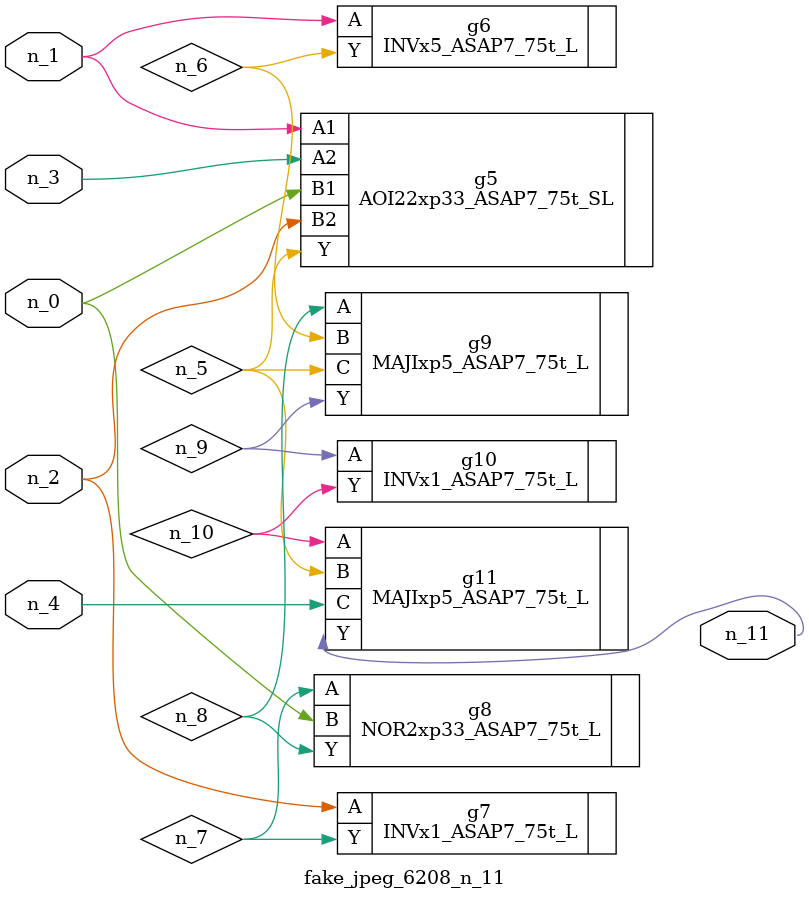
<source format=v>
module fake_jpeg_6208_n_11 (n_3, n_2, n_1, n_0, n_4, n_11);

input n_3;
input n_2;
input n_1;
input n_0;
input n_4;

output n_11;

wire n_10;
wire n_8;
wire n_9;
wire n_6;
wire n_5;
wire n_7;

AOI22xp33_ASAP7_75t_SL g5 ( 
.A1(n_1),
.A2(n_3),
.B1(n_0),
.B2(n_2),
.Y(n_5)
);

INVx5_ASAP7_75t_L g6 ( 
.A(n_1),
.Y(n_6)
);

INVx1_ASAP7_75t_L g7 ( 
.A(n_2),
.Y(n_7)
);

NOR2xp33_ASAP7_75t_L g8 ( 
.A(n_7),
.B(n_0),
.Y(n_8)
);

MAJIxp5_ASAP7_75t_L g9 ( 
.A(n_8),
.B(n_6),
.C(n_5),
.Y(n_9)
);

INVx1_ASAP7_75t_L g10 ( 
.A(n_9),
.Y(n_10)
);

MAJIxp5_ASAP7_75t_L g11 ( 
.A(n_10),
.B(n_5),
.C(n_4),
.Y(n_11)
);


endmodule
</source>
